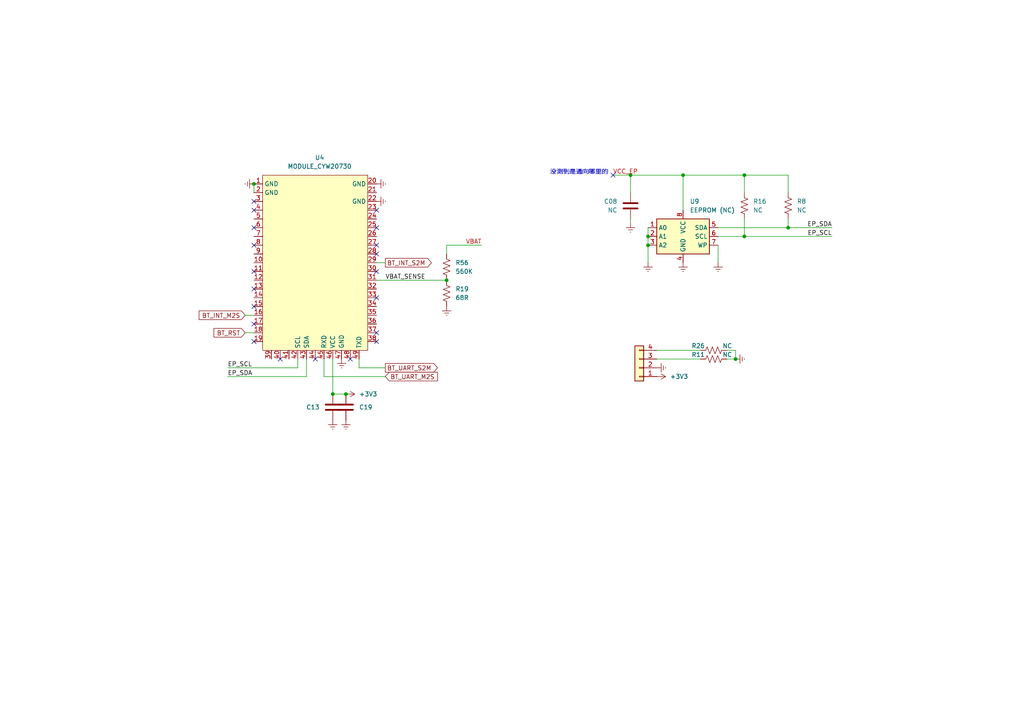
<source format=kicad_sch>
(kicad_sch (version 20230121) (generator eeschema)
  (paper "A4")
  (lib_symbols
    (symbol "Connector_Generic:Conn_01x04" (pin_names (offset 1.016) hide)
      (property "Reference" "J" (at 0 5.08 0))
      (property "Value" "Conn_01x04" (at 0 -7.62 0))
      (symbol "Conn_01x04_1_1"
        (rectangle (start -1.27 -4.953) (end 0 -5.207) (stroke (width 0.1524)))
        (rectangle (start -1.27 -2.413) (end 0 -2.667) (stroke (width 0.1524)))
        (rectangle (start -1.27 0.127) (end 0 -0.127) (stroke (width 0.1524)))
        (rectangle (start -1.27 2.667) (end 0 2.413) (stroke (width 0.1524)))
        (rectangle (start -1.27 3.81) (end 1.27 -6.35) (stroke (width 0.254)) (fill (type background)))
        (pin passive line (at -5.08 2.54 0) (length 3.81) (name "Pin_1") (number "1"))
        (pin passive line (at -5.08 0 0) (length 3.81) (name "Pin_2") (number "2"))
        (pin passive line (at -5.08 -2.54 0) (length 3.81) (name "Pin_3") (number "3"))
        (pin passive line (at -5.08 -5.08 0) (length 3.81) (name "Pin_4") (number "4"))
      )
    )
    (symbol "Device:C" (pin_numbers hide) (pin_names (offset 0.254))
      (property "Reference" "C" (at 0.635 2.54 0))
      (property "Value" "C" (at 0.635 -2.54 0))
      (symbol "C_0_1"
        (polyline (pts (xy -2.032 -0.762) (xy 2.032 -0.762)) (stroke (width 0.508)))
        (polyline (pts (xy -2.032 0.762) (xy 2.032 0.762)) (stroke (width 0.508)))
      )
      (symbol "C_1_1"
        (pin passive line (at 0 3.81 270) (length 2.794) (name "~") (number "1"))
        (pin passive line (at 0 -3.81 90) (length 2.794) (name "~") (number "2"))
      )
    )
    (symbol "Device:R_US" (pin_numbers hide) (pin_names (offset 0))
      (property "Reference" "R" (at 2.54 0 90))
      (property "Value" "R_US" (at -2.54 0 90))
      (symbol "R_US_0_1"
        (polyline (pts (xy 0 -2.286) (xy 0 -2.54)))
        (polyline (pts (xy 0 2.286) (xy 0 2.54)))
        (polyline (pts (xy 0 -0.762) (xy 1.016 -1.143) (xy 0 -1.524) (xy -1.016 -1.905) (xy 0 -2.286)))
        (polyline (pts (xy 0 0.762) (xy 1.016 0.381) (xy 0 0) (xy -1.016 -0.381) (xy 0 -0.762)))
        (polyline (pts (xy 0 2.286) (xy 1.016 1.905) (xy 0 1.524) (xy -1.016 1.143) (xy 0 0.762)))
      )
      (symbol "R_US_1_1"
        (pin passive line (at 0 3.81 270) (length 1.27) (name "~") (number "1"))
        (pin passive line (at 0 -3.81 90) (length 1.27) (name "~") (number "2"))
      )
    )
    (symbol "Keychron:MODULE_CYW20730_PCBANT_K3PRO"
      (property "Reference" "U" (at 0 30.48 0))
      (property "Value" "MODULE_CYW20730" (at 0 27.94 0))
      (symbol "MODULE_CYW20730_PCBANT_K3PRO_1_1"
        (rectangle (start -15.24 25.4) (end 15.24 -25.4) (fill (type background)))
        (pin power_in line (at -17.78 22.86 0) (length 2.54) (name "GND") (number "1"))
        (pin passive line (at -17.78 0 0) (length 2.54) (name "") (number "10"))
        (pin passive line (at -17.78 -2.54 0) (length 2.54) (name "") (number "11"))
        (pin passive line (at -17.78 -5.08 0) (length 2.54) (name "") (number "12"))
        (pin passive line (at -17.78 -7.62 0) (length 2.54) (name "") (number "13"))
        (pin passive line (at -17.78 -10.16 0) (length 2.54) (name "") (number "14"))
        (pin passive line (at -17.78 -12.7 0) (length 2.54) (name "") (number "15"))
        (pin passive line (at -17.78 -15.24 0) (length 2.54) (name "") (number "16"))
        (pin passive line (at -17.78 -17.78 0) (length 2.54) (name "") (number "17"))
        (pin passive line (at -17.78 -20.32 0) (length 2.54) (name "") (number "18"))
        (pin passive line (at -17.78 -22.86 0) (length 2.54) (name "") (number "19"))
        (pin power_in line (at -17.78 20.32 0) (length 2.54) (name "GND") (number "2"))
        (pin power_in line (at 17.78 22.86 180) (length 2.54) (name "GND") (number "20"))
        (pin passive line (at 17.78 20.32 180) (length 2.54) (name "") (number "21"))
        (pin power_in line (at 17.78 17.78 180) (length 2.54) (name "GND") (number "22"))
        (pin passive line (at 17.78 15.24 180) (length 2.54) (name "") (number "23"))
        (pin passive line (at 17.78 12.7 180) (length 2.54) (name "") (number "24"))
        (pin passive line (at 17.78 10.16 180) (length 2.54) (name "") (number "25"))
        (pin passive line (at 17.78 7.62 180) (length 2.54) (name "") (number "26"))
        (pin passive line (at 17.78 5.08 180) (length 2.54) (name "") (number "27"))
        (pin passive line (at 17.78 2.54 180) (length 2.54) (name "") (number "28"))
        (pin passive line (at 17.78 0 180) (length 2.54) (name "") (number "29"))
        (pin passive line (at -17.78 17.78 0) (length 2.54) (name "") (number "3"))
        (pin passive line (at 17.78 -2.54 180) (length 2.54) (name "") (number "30"))
        (pin passive line (at 17.78 -5.08 180) (length 2.54) (name "") (number "31"))
        (pin passive line (at 17.78 -7.62 180) (length 2.54) (name "") (number "32"))
        (pin passive line (at 17.78 -10.16 180) (length 2.54) (name "") (number "33"))
        (pin passive line (at 17.78 -12.7 180) (length 2.54) (name "") (number "34"))
        (pin passive line (at 17.78 -15.24 180) (length 2.54) (name "") (number "35"))
        (pin passive line (at 17.78 -17.78 180) (length 2.54) (name "") (number "36"))
        (pin passive line (at 17.78 -20.32 180) (length 2.54) (name "") (number "37"))
        (pin passive line (at 17.78 -22.86 180) (length 2.54) (name "") (number "38"))
        (pin passive line (at -12.7 -27.94 90) (length 2.54) (name "") (number "39"))
        (pin passive line (at -17.78 15.24 0) (length 2.54) (name "") (number "4"))
        (pin passive line (at -10.16 -27.94 90) (length 2.54) (name "") (number "40"))
        (pin passive line (at -7.62 -27.94 90) (length 2.54) (name "") (number "41"))
        (pin output line (at -5.08 -27.94 90) (length 2.54) (name "SCL") (number "42"))
        (pin output line (at -2.54 -27.94 90) (length 2.54) (name "SDA") (number "43"))
        (pin passive line (at 0 -27.94 90) (length 2.54) (name "") (number "44"))
        (pin input line (at 2.54 -27.94 90) (length 2.54) (name "RXD") (number "45"))
        (pin power_in line (at 5.08 -27.94 90) (length 2.54) (name "VCC") (number "46"))
        (pin power_in line (at 7.62 -27.94 90) (length 2.54) (name "GND") (number "47"))
        (pin passive line (at 10.16 -27.94 90) (length 2.54) (name "") (number "48"))
        (pin passive line (at 12.7 -27.94 90) (length 2.54) (name "TXD") (number "49"))
        (pin passive line (at -17.78 12.7 0) (length 2.54) (name "") (number "5"))
        (pin passive line (at -17.78 10.16 0) (length 2.54) (name "") (number "6"))
        (pin passive line (at -17.78 7.62 0) (length 2.54) (name "") (number "7"))
        (pin passive line (at -17.78 5.08 0) (length 2.54) (name "") (number "8"))
        (pin passive line (at -17.78 2.54 0) (length 2.54) (name "") (number "9"))
      )
    )
    (symbol "Memory_EEPROM:24LC00"
      (property "Reference" "U" (at -6.35 6.35 0))
      (property "Value" "24LC00" (at 1.27 6.35 0))
      (symbol "24LC00_1_1"
        (rectangle (start -7.62 5.08) (end 7.62 -5.08) (stroke (width 0.254)) (fill (type background)))
        (pin input line (at -10.16 2.54 0) (length 2.54) (name "A0") (number "1"))
        (pin input line (at -10.16 0 0) (length 2.54) (name "A1") (number "2"))
        (pin input line (at -10.16 -2.54 0) (length 2.54) (name "A2") (number "3"))
        (pin power_in line (at 0 -7.62 90) (length 2.54) (name "GND") (number "4"))
        (pin bidirectional line (at 10.16 2.54 180) (length 2.54) (name "SDA") (number "5"))
        (pin input line (at 10.16 0 180) (length 2.54) (name "SCL") (number "6"))
        (pin input line (at 10.16 -2.54 180) (length 2.54) (name "WP") (number "7"))
        (pin power_in line (at 0 7.62 270) (length 2.54) (name "VCC") (number "8"))
      )
    )
    (symbol "power:+3V3" (power) (pin_names (offset 0))
      (property "Value" "+3V3" (at 0 3.556 0))
      (symbol "+3V3_0_1"
        (polyline (pts (xy -0.762 1.27) (xy 0 2.54)))
        (polyline (pts (xy 0 0) (xy 0 2.54)))
        (polyline (pts (xy 0 2.54) (xy 0.762 1.27)))
      )
      (symbol "+3V3_1_1"
        (pin power_in line (at 0 0 90) (length 0) hide (name "+3V3") (number "1"))
      )
    )
    (symbol "power:GNDREF" (power) (pin_names (offset 0))
      (property "Value" "GNDREF" (at 0 -3.81 0))
      (symbol "GNDREF_0_1"
        (polyline (pts (xy -0.635 -1.905) (xy 0.635 -1.905)))
        (polyline (pts (xy -0.127 -2.54) (xy 0.127 -2.54)))
        (polyline (pts (xy 0 -1.27) (xy 0 0)))
        (polyline (pts (xy 1.27 -1.27) (xy -1.27 -1.27)))
      )
      (symbol "GNDREF_1_1"
        (pin power_in line (at 0 0 270) (length 0) hide (name "GNDREF") (number "1"))
      )
    )
  )
  (junction (at 215.9 50.8))
  (junction (at 215.9 68.58))
  (junction (at 187.96 71.12))
  (junction (at 73.66 53.34))
  (junction (at 96.52 114.3))
  (junction (at 213.36 104.14))
  (junction (at 198.12 50.8))
  (junction (at 187.96 68.58))
  (junction (at 100.33 114.3))
  (junction (at 129.54 81.28))
  (junction (at 182.88 50.8))
  (junction (at 228.6 66.04))
  (no_connect (at 109.22 66.04))
  (no_connect (at 81.28 104.14))
  (no_connect (at 109.22 99.06))
  (no_connect (at 109.22 60.96))
  (no_connect (at 73.66 99.06))
  (no_connect (at 73.66 71.12))
  (no_connect (at 73.66 83.82))
  (no_connect (at 109.22 96.52))
  (no_connect (at 73.66 78.74))
  (no_connect (at 73.66 60.96))
  (no_connect (at 73.66 93.98))
  (no_connect (at 73.66 66.04))
  (no_connect (at 73.66 88.9))
  (no_connect (at 177.8 50.8))
  (no_connect (at 109.22 71.12))
  (no_connect (at 109.22 73.66))
  (no_connect (at 109.22 78.74))
  (no_connect (at 101.6 104.14))
  (no_connect (at 91.44 104.14))
  (no_connect (at 109.22 86.36))
  (no_connect (at 73.66 58.42))
  (wire (pts (xy 228.6 66.04) (xy 241.3 66.04)))
  (wire (pts (xy 139.7 71.12) (xy 129.54 71.12)))
  (wire (pts (xy 208.28 71.12) (xy 208.28 76.2)))
  (wire (pts (xy 66.04 109.22) (xy 88.9 109.22)))
  (wire (pts (xy 71.12 91.44) (xy 73.66 91.44)))
  (wire (pts (xy 104.14 104.14) (xy 104.14 106.68)))
  (wire (pts (xy 104.14 106.68) (xy 111.76 106.68)))
  (wire (pts (xy 198.12 50.8) (xy 198.12 60.96)))
  (wire (pts (xy 187.96 68.58) (xy 187.96 71.12)))
  (wire (pts (xy 208.28 68.58) (xy 215.9 68.58)))
  (wire (pts (xy 215.9 50.8) (xy 215.9 55.88)))
  (wire (pts (xy 190.5 104.14) (xy 203.2 104.14)))
  (wire (pts (xy 73.66 53.34) (xy 73.66 55.88)))
  (wire (pts (xy 96.52 104.14) (xy 96.52 114.3)))
  (wire (pts (xy 228.6 50.8) (xy 228.6 55.88)))
  (wire (pts (xy 182.88 50.8) (xy 198.12 50.8)))
  (wire (pts (xy 215.9 68.58) (xy 215.9 63.5)))
  (wire (pts (xy 93.98 109.22) (xy 93.98 104.14)))
  (wire (pts (xy 111.76 109.22) (xy 93.98 109.22)))
  (wire (pts (xy 198.12 50.8) (xy 215.9 50.8)))
  (wire (pts (xy 210.82 101.6) (xy 213.36 101.6)))
  (wire (pts (xy 109.22 81.28) (xy 129.54 81.28)))
  (wire (pts (xy 213.36 101.6) (xy 213.36 104.14)))
  (wire (pts (xy 213.36 104.14) (xy 210.82 104.14)))
  (wire (pts (xy 182.88 50.8) (xy 182.88 55.88)))
  (wire (pts (xy 208.28 66.04) (xy 228.6 66.04)))
  (wire (pts (xy 129.54 71.12) (xy 129.54 73.66)))
  (wire (pts (xy 187.96 66.04) (xy 187.96 68.58)))
  (wire (pts (xy 71.12 96.52) (xy 73.66 96.52)))
  (wire (pts (xy 228.6 66.04) (xy 228.6 63.5)))
  (wire (pts (xy 182.88 63.5) (xy 182.88 64.77)))
  (wire (pts (xy 187.96 71.12) (xy 187.96 76.2)))
  (wire (pts (xy 190.5 101.6) (xy 203.2 101.6)))
  (wire (pts (xy 66.04 106.68) (xy 86.36 106.68)))
  (wire (pts (xy 88.9 104.14) (xy 88.9 109.22)))
  (wire (pts (xy 215.9 68.58) (xy 241.3 68.58)))
  (wire (pts (xy 109.22 76.2) (xy 111.76 76.2)))
  (wire (pts (xy 215.9 50.8) (xy 228.6 50.8)))
  (wire (pts (xy 86.36 106.68) (xy 86.36 104.14)))
  (wire (pts (xy 177.8 50.8) (xy 182.88 50.8)))
  (wire (pts (xy 96.52 114.3) (xy 100.33 114.3)))
  (text "没测到是通向哪里的" (at 176.53 50.8 0) (effects (font (size 1.27 1.27)) (justify right bottom)))
  (label "VBAT" (at 139.7 71.12 180))
  (label "VCC_EP" (at 177.8 50.8 0))
  (label "EP_SCL" (at 66.04 106.68 0))
  (label "EP_SCL" (at 241.3 68.58 180))
  (label "VBAT_SENSE" (at 111.76 81.28 0))
  (label "EP_SDA" (at 66.04 109.22 0))
  (label "EP_SDA" (at 241.3 66.04 180))
  (global_label "BT_INT_M2S" (shape input) (at 71.12 91.44 180) (property "Intersheetrefs" "${INTERSHEET_REFS}" (effects hide)))
  (global_label "BT_UART_M2S" (shape input) (at 111.76 109.22 0) (property "Intersheetrefs" "${INTERSHEET_REFS}" (effects hide)))
  (global_label "BT_INT_S2M" (shape output) (at 111.76 76.2 0) (property "Intersheetrefs" "${INTERSHEET_REFS}" (effects hide)))
  (global_label "BT_RST" (shape input) (at 71.12 96.52 180) (property "Intersheetrefs" "${INTERSHEET_REFS}" (effects hide)))
  (global_label "BT_UART_S2M" (shape output) (at 111.76 106.68 0) (property "Intersheetrefs" "${INTERSHEET_REFS}" (effects hide)))
  (symbol (lib_id "power:GNDREF") (at 208.28 76.2 0) (unit 1)
    (property "Reference" "#PWR06" (effects hide))
    (property "Value" "GNDREF" (effects hide))
    (instances (project "K3PRO" (path "" (reference "#PWR06") (unit 1)) (path "" (reference "#PWR09") (unit 1)) (path "" (reference "#PWR029") (unit 1)) (path "" (reference "#PWR080") (unit 1))))
  )
  (symbol (lib_id "Connector_Generic:Conn_01x04") (at 185.42 106.68 180) (unit 1)
    (property "Reference" "J3" (effects hide))
    (property "Value" "Conn_01x04" (effects hide))
  )
  (symbol (lib_id "power:+3V3") (at 190.5 109.22 270) (unit 1)
    (property "Reference" "#PWR028" (effects hide))
    (property "Value" "+3V3" (at 194.31 109.22 90) (effects (justify left)))
    (instances (project "K3PRO" (path "" (reference "#PWR028") (unit 1)) (path "" (reference "#PWR053") (unit 1))))
  )
  (symbol (lib_id "Device:R_US") (at 129.54 77.47 0) (unit 1)
    (property "Reference" "R56" (at 132.08 76.2 0) (effects (justify left)))
    (property "Value" "560K" (at 132.08 78.74 0) (effects (justify left)))
  )
  (symbol (lib_id "power:GNDREF") (at 109.22 58.42 90) (unit 1)
    (property "Reference" "#PWR06" (effects hide))
    (property "Value" "GNDREF" (effects hide))
    (instances (project "K3PRO" (path "" (reference "#PWR06") (unit 1)) (path "" (reference "#PWR09") (unit 1)) (path "" (reference "#PWR029") (unit 1)) (path "" (reference "#PWR046") (unit 1))))
  )
  (symbol (lib_id "Device:C") (at 100.33 118.11 0) (unit 1)
    (property "Reference" "C19" (at 104.14 118.11 0) (effects (justify left)))
    (property "Value" "C" (effects hide))
  )
  (symbol (lib_id "power:GNDREF") (at 96.52 121.92 0) (unit 1)
    (property "Reference" "#PWR06" (effects hide))
    (property "Value" "GNDREF" (effects hide))
    (instances (project "K3PRO" (path "" (reference "#PWR06") (unit 1)) (path "" (reference "#PWR09") (unit 1)) (path "" (reference "#PWR029") (unit 1)) (path "" (reference "#PWR049") (unit 1))))
  )
  (symbol (lib_id "power:GNDREF") (at 99.06 104.14 0) (unit 1)
    (property "Reference" "#PWR06" (effects hide))
    (property "Value" "GNDREF" (effects hide))
    (instances (project "K3PRO" (path "" (reference "#PWR06") (unit 1)) (path "" (reference "#PWR09") (unit 1)) (path "" (reference "#PWR029") (unit 1)) (path "" (reference "#PWR044") (unit 1))))
  )
  (symbol (lib_id "Keychron:MODULE_CYW20730_PCBANT_K3PRO") (at 91.44 76.2 0) (unit 1)
    (property "Reference" "U4" (at 92.71 45.72 0))
    (property "Value" "MODULE_CYW20730" (at 92.71 48.26 0))
    (instances (project "K3PRO" (path "" (reference "U4") (unit 1)) (path "" (reference "U1") (unit 1))))
  )
  (symbol (lib_id "power:GNDREF") (at 187.96 76.2 0) (unit 1)
    (property "Reference" "#PWR06" (effects hide))
    (property "Value" "GNDREF" (effects hide))
    (instances (project "K3PRO" (path "" (reference "#PWR06") (unit 1)) (path "" (reference "#PWR09") (unit 1)) (path "" (reference "#PWR029") (unit 1)) (path "" (reference "#PWR079") (unit 1))))
  )
  (symbol (lib_id "power:GNDREF") (at 213.36 104.14 90) (unit 1)
    (property "Reference" "#PWR06" (effects hide))
    (property "Value" "GNDREF" (effects hide))
    (instances (project "K3PRO" (path "" (reference "#PWR06") (unit 1)) (path "" (reference "#PWR09") (unit 1)) (path "" (reference "#PWR029") (unit 1)) (path "" (reference "#PWR051") (unit 1))))
  )
  (symbol (lib_id "power:+3V3") (at 100.33 114.3 270) (unit 1)
    (property "Reference" "#PWR028" (effects hide))
    (property "Value" "+3V3" (at 104.14 114.3 90) (effects (justify left)))
    (instances (project "K3PRO" (path "" (reference "#PWR028") (unit 1)) (path "" (reference "#PWR045") (unit 1))))
  )
  (symbol (lib_id "Device:C") (at 182.88 59.69 0) (unit 1)
    (property "Reference" "C08" (at 179.07 58.42 0) (effects (justify right)))
    (property "Value" "NC" (at 179.07 60.96 0) (effects (justify right)))
  )
  (symbol (lib_id "Device:R_US") (at 129.54 85.09 0) (unit 1)
    (property "Reference" "R19" (at 132.08 83.82 0) (effects (justify left)))
    (property "Value" "68R" (at 132.08 86.36 0) (effects (justify left)))
  )
  (symbol (lib_id "Device:R_US") (at 215.9 59.69 0) (unit 1)
    (property "Reference" "R16" (at 218.44 58.42 0) (effects (justify left)))
    (property "Value" "NC" (at 218.44 60.96 0) (effects (justify left)))
  )
  (symbol (lib_id "Device:C") (at 96.52 118.11 0) (unit 1)
    (property "Reference" "C13" (at 92.71 118.11 0) (effects (justify right)))
    (property "Value" "C" (effects hide))
  )
  (symbol (lib_id "Device:R_US") (at 228.6 59.69 0) (unit 1)
    (property "Reference" "R8" (at 231.14 58.42 0) (effects (justify left)))
    (property "Value" "NC" (at 231.14 60.96 0) (effects (justify left)))
  )
  (symbol (lib_id "Memory_EEPROM:24LC00") (at 198.12 68.58 0) (unit 1)
    (property "Reference" "U9" (at 200.0759 58.42 0) (effects (justify left)))
    (property "Value" "EEPROM (NC)" (at 200.0759 60.96 0) (effects (justify left)))
    (property "Datasheet" "http://ww1.microchip.com/downloads/en/DeviceDoc/21178G.pdf" (effects hide))
  )
  (symbol (lib_id "power:GNDREF") (at 129.54 88.9 0) (unit 1)
    (property "Reference" "#PWR06" (effects hide))
    (property "Value" "GNDREF" (effects hide))
    (instances (project "K3PRO" (path "" (reference "#PWR06") (unit 1)) (path "" (reference "#PWR09") (unit 1)) (path "" (reference "#PWR029") (unit 1)) (path "" (reference "#PWR081") (unit 1))))
  )
  (symbol (lib_id "power:GNDREF") (at 198.12 76.2 0) (unit 1)
    (property "Reference" "#PWR06" (effects hide))
    (property "Value" "GNDREF" (effects hide))
    (instances (project "K3PRO" (path "" (reference "#PWR06") (unit 1)) (path "" (reference "#PWR09") (unit 1)) (path "" (reference "#PWR029") (unit 1)) (path "" (reference "#PWR028") (unit 1))))
  )
  (symbol (lib_id "power:GNDREF") (at 182.88 64.77 0) (unit 1)
    (property "Reference" "#PWR06" (effects hide))
    (property "Value" "GNDREF" (effects hide))
    (instances (project "K3PRO" (path "" (reference "#PWR06") (unit 1)) (path "" (reference "#PWR09") (unit 1)) (path "" (reference "#PWR029") (unit 1)) (path "" (reference "#PWR082") (unit 1))))
  )
  (symbol (lib_id "Device:R_US") (at 207.01 104.14 90) (unit 1)
    (property "Reference" "R11" (at 204.47 102.87 90) (effects (justify left)))
    (property "Value" "NC" (at 209.55 102.87 90) (effects (justify right)))
  )
  (symbol (lib_id "power:GNDREF") (at 73.66 53.34 270) (unit 1)
    (property "Reference" "#PWR06" (effects hide))
    (property "Value" "GNDREF" (effects hide))
    (instances (project "K3PRO" (path "" (reference "#PWR06") (unit 1)) (path "" (reference "#PWR09") (unit 1)) (path "" (reference "#PWR029") (unit 1)) (path "" (reference "#PWR048") (unit 1))))
  )
  (symbol (lib_id "Device:R_US") (at 207.01 101.6 90) (unit 1)
    (property "Reference" "R26" (at 204.47 100.33 90) (effects (justify left)))
    (property "Value" "NC" (at 209.55 100.33 90) (effects (justify right)))
  )
  (symbol (lib_id "power:GNDREF") (at 100.33 121.92 0) (unit 1)
    (property "Reference" "#PWR06" (effects hide))
    (property "Value" "GNDREF" (effects hide))
    (instances (project "K3PRO" (path "" (reference "#PWR06") (unit 1)) (path "" (reference "#PWR09") (unit 1)) (path "" (reference "#PWR029") (unit 1)) (path "" (reference "#PWR050") (unit 1))))
  )
  (symbol (lib_id "power:GNDREF") (at 109.22 53.34 90) (unit 1)
    (property "Reference" "#PWR06" (effects hide))
    (property "Value" "GNDREF" (effects hide))
    (instances (project "K3PRO" (path "" (reference "#PWR06") (unit 1)) (path "" (reference "#PWR09") (unit 1)) (path "" (reference "#PWR029") (unit 1)) (path "" (reference "#PWR047") (unit 1))))
  )
  (symbol (lib_id "power:GNDREF") (at 190.5 106.68 90) (unit 1)
    (property "Reference" "#PWR06" (effects hide))
    (property "Value" "GNDREF" (effects hide))
    (instances (project "K3PRO" (path "" (reference "#PWR06") (unit 1)) (path "" (reference "#PWR09") (unit 1)) (path "" (reference "#PWR029") (unit 1)) (path "" (reference "#PWR052") (unit 1))))
  )
)
</source>
